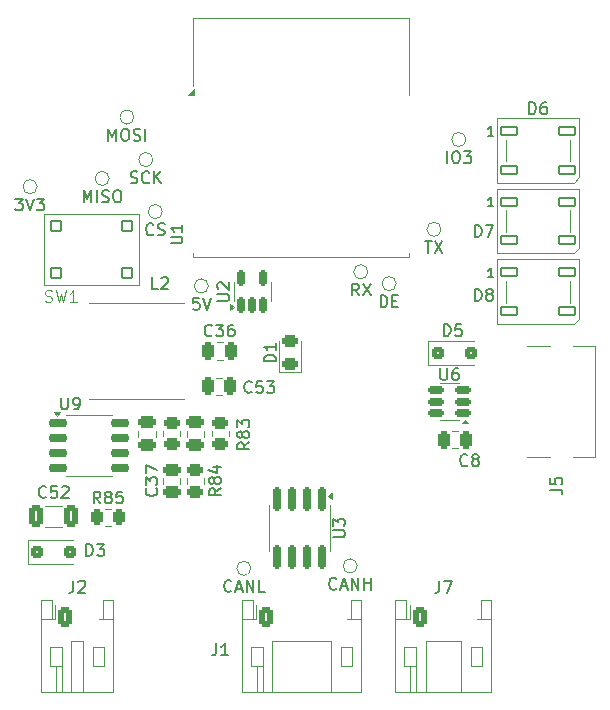
<source format=gto>
G04 #@! TF.GenerationSoftware,KiCad,Pcbnew,9.0.5*
G04 #@! TF.CreationDate,2025-10-15T09:52:21+02:00*
G04 #@! TF.ProjectId,KleverLogger,4b6c6576-6572-44c6-9f67-6765722e6b69,rev?*
G04 #@! TF.SameCoordinates,Original*
G04 #@! TF.FileFunction,Legend,Top*
G04 #@! TF.FilePolarity,Positive*
%FSLAX46Y46*%
G04 Gerber Fmt 4.6, Leading zero omitted, Abs format (unit mm)*
G04 Created by KiCad (PCBNEW 9.0.5) date 2025-10-15 09:52:21*
%MOMM*%
%LPD*%
G01*
G04 APERTURE LIST*
G04 Aperture macros list*
%AMRoundRect*
0 Rectangle with rounded corners*
0 $1 Rounding radius*
0 $2 $3 $4 $5 $6 $7 $8 $9 X,Y pos of 4 corners*
0 Add a 4 corners polygon primitive as box body*
4,1,4,$2,$3,$4,$5,$6,$7,$8,$9,$2,$3,0*
0 Add four circle primitives for the rounded corners*
1,1,$1+$1,$2,$3*
1,1,$1+$1,$4,$5*
1,1,$1+$1,$6,$7*
1,1,$1+$1,$8,$9*
0 Add four rect primitives between the rounded corners*
20,1,$1+$1,$2,$3,$4,$5,0*
20,1,$1+$1,$4,$5,$6,$7,0*
20,1,$1+$1,$6,$7,$8,$9,0*
20,1,$1+$1,$8,$9,$2,$3,0*%
G04 Aperture macros list end*
%ADD10C,0.150000*%
%ADD11C,0.100000*%
%ADD12C,0.120000*%
%ADD13C,0.800000*%
%ADD14RoundRect,0.150000X0.512500X0.150000X-0.512500X0.150000X-0.512500X-0.150000X0.512500X-0.150000X0*%
%ADD15C,3.200000*%
%ADD16RoundRect,0.250000X-0.350000X-0.625000X0.350000X-0.625000X0.350000X0.625000X-0.350000X0.625000X0*%
%ADD17O,1.200000X1.750000*%
%ADD18RoundRect,0.250000X-0.450000X0.262500X-0.450000X-0.262500X0.450000X-0.262500X0.450000X0.262500X0*%
%ADD19RoundRect,0.250000X-0.250000X-0.475000X0.250000X-0.475000X0.250000X0.475000X-0.250000X0.475000X0*%
%ADD20R,1.800000X7.500000*%
%ADD21RoundRect,0.250000X-0.300000X-0.300000X0.300000X-0.300000X0.300000X0.300000X-0.300000X0.300000X0*%
%ADD22RoundRect,0.090000X-0.660000X-0.360000X0.660000X-0.360000X0.660000X0.360000X-0.660000X0.360000X0*%
%ADD23R,1.500000X0.900000*%
%ADD24C,0.600000*%
%ADD25R,2.900000X2.900000*%
%ADD26RoundRect,0.250000X0.475000X-0.250000X0.475000X0.250000X-0.475000X0.250000X-0.475000X-0.250000X0*%
%ADD27RoundRect,0.100000X-0.400000X-0.400000X0.400000X-0.400000X0.400000X0.400000X-0.400000X0.400000X0*%
%ADD28RoundRect,0.150000X0.150000X-0.512500X0.150000X0.512500X-0.150000X0.512500X-0.150000X-0.512500X0*%
%ADD29RoundRect,0.243750X0.456250X-0.243750X0.456250X0.243750X-0.456250X0.243750X-0.456250X-0.243750X0*%
%ADD30RoundRect,0.250000X-0.475000X0.250000X-0.475000X-0.250000X0.475000X-0.250000X0.475000X0.250000X0*%
%ADD31RoundRect,0.250000X-0.262500X-0.450000X0.262500X-0.450000X0.262500X0.450000X-0.262500X0.450000X0*%
%ADD32RoundRect,0.150000X-0.650000X-0.150000X0.650000X-0.150000X0.650000X0.150000X-0.650000X0.150000X0*%
%ADD33R,2.410000X3.100000*%
%ADD34RoundRect,0.150000X-0.150000X0.825000X-0.150000X-0.825000X0.150000X-0.825000X0.150000X0.825000X0*%
%ADD35RoundRect,0.250000X-0.325000X-0.650000X0.325000X-0.650000X0.325000X0.650000X-0.325000X0.650000X0*%
%ADD36C,0.650000*%
%ADD37R,1.450000X0.600000*%
%ADD38R,1.450000X0.300000*%
%ADD39O,2.100000X1.000000*%
%ADD40O,1.600000X1.000000*%
G04 APERTURE END LIST*
D10*
X97300000Y-96104819D02*
X97300000Y-95104819D01*
X97966666Y-95104819D02*
X98157142Y-95104819D01*
X98157142Y-95104819D02*
X98252380Y-95152438D01*
X98252380Y-95152438D02*
X98347618Y-95247676D01*
X98347618Y-95247676D02*
X98395237Y-95438152D01*
X98395237Y-95438152D02*
X98395237Y-95771485D01*
X98395237Y-95771485D02*
X98347618Y-95961961D01*
X98347618Y-95961961D02*
X98252380Y-96057200D01*
X98252380Y-96057200D02*
X98157142Y-96104819D01*
X98157142Y-96104819D02*
X97966666Y-96104819D01*
X97966666Y-96104819D02*
X97871428Y-96057200D01*
X97871428Y-96057200D02*
X97776190Y-95961961D01*
X97776190Y-95961961D02*
X97728571Y-95771485D01*
X97728571Y-95771485D02*
X97728571Y-95438152D01*
X97728571Y-95438152D02*
X97776190Y-95247676D01*
X97776190Y-95247676D02*
X97871428Y-95152438D01*
X97871428Y-95152438D02*
X97966666Y-95104819D01*
X98728571Y-95104819D02*
X99347618Y-95104819D01*
X99347618Y-95104819D02*
X99014285Y-95485771D01*
X99014285Y-95485771D02*
X99157142Y-95485771D01*
X99157142Y-95485771D02*
X99252380Y-95533390D01*
X99252380Y-95533390D02*
X99299999Y-95581009D01*
X99299999Y-95581009D02*
X99347618Y-95676247D01*
X99347618Y-95676247D02*
X99347618Y-95914342D01*
X99347618Y-95914342D02*
X99299999Y-96009580D01*
X99299999Y-96009580D02*
X99252380Y-96057200D01*
X99252380Y-96057200D02*
X99157142Y-96104819D01*
X99157142Y-96104819D02*
X98871428Y-96104819D01*
X98871428Y-96104819D02*
X98776190Y-96057200D01*
X98776190Y-96057200D02*
X98728571Y-96009580D01*
X79052380Y-132309580D02*
X79004761Y-132357200D01*
X79004761Y-132357200D02*
X78861904Y-132404819D01*
X78861904Y-132404819D02*
X78766666Y-132404819D01*
X78766666Y-132404819D02*
X78623809Y-132357200D01*
X78623809Y-132357200D02*
X78528571Y-132261961D01*
X78528571Y-132261961D02*
X78480952Y-132166723D01*
X78480952Y-132166723D02*
X78433333Y-131976247D01*
X78433333Y-131976247D02*
X78433333Y-131833390D01*
X78433333Y-131833390D02*
X78480952Y-131642914D01*
X78480952Y-131642914D02*
X78528571Y-131547676D01*
X78528571Y-131547676D02*
X78623809Y-131452438D01*
X78623809Y-131452438D02*
X78766666Y-131404819D01*
X78766666Y-131404819D02*
X78861904Y-131404819D01*
X78861904Y-131404819D02*
X79004761Y-131452438D01*
X79004761Y-131452438D02*
X79052380Y-131500057D01*
X79433333Y-132119104D02*
X79909523Y-132119104D01*
X79338095Y-132404819D02*
X79671428Y-131404819D01*
X79671428Y-131404819D02*
X80004761Y-132404819D01*
X80338095Y-132404819D02*
X80338095Y-131404819D01*
X80338095Y-131404819D02*
X80909523Y-132404819D01*
X80909523Y-132404819D02*
X80909523Y-131404819D01*
X81861904Y-132404819D02*
X81385714Y-132404819D01*
X81385714Y-132404819D02*
X81385714Y-131404819D01*
X87933333Y-132109580D02*
X87885714Y-132157200D01*
X87885714Y-132157200D02*
X87742857Y-132204819D01*
X87742857Y-132204819D02*
X87647619Y-132204819D01*
X87647619Y-132204819D02*
X87504762Y-132157200D01*
X87504762Y-132157200D02*
X87409524Y-132061961D01*
X87409524Y-132061961D02*
X87361905Y-131966723D01*
X87361905Y-131966723D02*
X87314286Y-131776247D01*
X87314286Y-131776247D02*
X87314286Y-131633390D01*
X87314286Y-131633390D02*
X87361905Y-131442914D01*
X87361905Y-131442914D02*
X87409524Y-131347676D01*
X87409524Y-131347676D02*
X87504762Y-131252438D01*
X87504762Y-131252438D02*
X87647619Y-131204819D01*
X87647619Y-131204819D02*
X87742857Y-131204819D01*
X87742857Y-131204819D02*
X87885714Y-131252438D01*
X87885714Y-131252438D02*
X87933333Y-131300057D01*
X88314286Y-131919104D02*
X88790476Y-131919104D01*
X88219048Y-132204819D02*
X88552381Y-131204819D01*
X88552381Y-131204819D02*
X88885714Y-132204819D01*
X89219048Y-132204819D02*
X89219048Y-131204819D01*
X89219048Y-131204819D02*
X89790476Y-132204819D01*
X89790476Y-132204819D02*
X89790476Y-131204819D01*
X90266667Y-132204819D02*
X90266667Y-131204819D01*
X90266667Y-131681009D02*
X90838095Y-131681009D01*
X90838095Y-132204819D02*
X90838095Y-131204819D01*
X72433333Y-102109580D02*
X72385714Y-102157200D01*
X72385714Y-102157200D02*
X72242857Y-102204819D01*
X72242857Y-102204819D02*
X72147619Y-102204819D01*
X72147619Y-102204819D02*
X72004762Y-102157200D01*
X72004762Y-102157200D02*
X71909524Y-102061961D01*
X71909524Y-102061961D02*
X71861905Y-101966723D01*
X71861905Y-101966723D02*
X71814286Y-101776247D01*
X71814286Y-101776247D02*
X71814286Y-101633390D01*
X71814286Y-101633390D02*
X71861905Y-101442914D01*
X71861905Y-101442914D02*
X71909524Y-101347676D01*
X71909524Y-101347676D02*
X72004762Y-101252438D01*
X72004762Y-101252438D02*
X72147619Y-101204819D01*
X72147619Y-101204819D02*
X72242857Y-101204819D01*
X72242857Y-101204819D02*
X72385714Y-101252438D01*
X72385714Y-101252438D02*
X72433333Y-101300057D01*
X72814286Y-102157200D02*
X72957143Y-102204819D01*
X72957143Y-102204819D02*
X73195238Y-102204819D01*
X73195238Y-102204819D02*
X73290476Y-102157200D01*
X73290476Y-102157200D02*
X73338095Y-102109580D01*
X73338095Y-102109580D02*
X73385714Y-102014342D01*
X73385714Y-102014342D02*
X73385714Y-101919104D01*
X73385714Y-101919104D02*
X73338095Y-101823866D01*
X73338095Y-101823866D02*
X73290476Y-101776247D01*
X73290476Y-101776247D02*
X73195238Y-101728628D01*
X73195238Y-101728628D02*
X73004762Y-101681009D01*
X73004762Y-101681009D02*
X72909524Y-101633390D01*
X72909524Y-101633390D02*
X72861905Y-101585771D01*
X72861905Y-101585771D02*
X72814286Y-101490533D01*
X72814286Y-101490533D02*
X72814286Y-101395295D01*
X72814286Y-101395295D02*
X72861905Y-101300057D01*
X72861905Y-101300057D02*
X72909524Y-101252438D01*
X72909524Y-101252438D02*
X73004762Y-101204819D01*
X73004762Y-101204819D02*
X73242857Y-101204819D01*
X73242857Y-101204819D02*
X73385714Y-101252438D01*
X70514286Y-97757200D02*
X70657143Y-97804819D01*
X70657143Y-97804819D02*
X70895238Y-97804819D01*
X70895238Y-97804819D02*
X70990476Y-97757200D01*
X70990476Y-97757200D02*
X71038095Y-97709580D01*
X71038095Y-97709580D02*
X71085714Y-97614342D01*
X71085714Y-97614342D02*
X71085714Y-97519104D01*
X71085714Y-97519104D02*
X71038095Y-97423866D01*
X71038095Y-97423866D02*
X70990476Y-97376247D01*
X70990476Y-97376247D02*
X70895238Y-97328628D01*
X70895238Y-97328628D02*
X70704762Y-97281009D01*
X70704762Y-97281009D02*
X70609524Y-97233390D01*
X70609524Y-97233390D02*
X70561905Y-97185771D01*
X70561905Y-97185771D02*
X70514286Y-97090533D01*
X70514286Y-97090533D02*
X70514286Y-96995295D01*
X70514286Y-96995295D02*
X70561905Y-96900057D01*
X70561905Y-96900057D02*
X70609524Y-96852438D01*
X70609524Y-96852438D02*
X70704762Y-96804819D01*
X70704762Y-96804819D02*
X70942857Y-96804819D01*
X70942857Y-96804819D02*
X71085714Y-96852438D01*
X72085714Y-97709580D02*
X72038095Y-97757200D01*
X72038095Y-97757200D02*
X71895238Y-97804819D01*
X71895238Y-97804819D02*
X71800000Y-97804819D01*
X71800000Y-97804819D02*
X71657143Y-97757200D01*
X71657143Y-97757200D02*
X71561905Y-97661961D01*
X71561905Y-97661961D02*
X71514286Y-97566723D01*
X71514286Y-97566723D02*
X71466667Y-97376247D01*
X71466667Y-97376247D02*
X71466667Y-97233390D01*
X71466667Y-97233390D02*
X71514286Y-97042914D01*
X71514286Y-97042914D02*
X71561905Y-96947676D01*
X71561905Y-96947676D02*
X71657143Y-96852438D01*
X71657143Y-96852438D02*
X71800000Y-96804819D01*
X71800000Y-96804819D02*
X71895238Y-96804819D01*
X71895238Y-96804819D02*
X72038095Y-96852438D01*
X72038095Y-96852438D02*
X72085714Y-96900057D01*
X72514286Y-97804819D02*
X72514286Y-96804819D01*
X73085714Y-97804819D02*
X72657143Y-97233390D01*
X73085714Y-96804819D02*
X72514286Y-97376247D01*
X66528572Y-99404819D02*
X66528572Y-98404819D01*
X66528572Y-98404819D02*
X66861905Y-99119104D01*
X66861905Y-99119104D02*
X67195238Y-98404819D01*
X67195238Y-98404819D02*
X67195238Y-99404819D01*
X67671429Y-99404819D02*
X67671429Y-98404819D01*
X68100000Y-99357200D02*
X68242857Y-99404819D01*
X68242857Y-99404819D02*
X68480952Y-99404819D01*
X68480952Y-99404819D02*
X68576190Y-99357200D01*
X68576190Y-99357200D02*
X68623809Y-99309580D01*
X68623809Y-99309580D02*
X68671428Y-99214342D01*
X68671428Y-99214342D02*
X68671428Y-99119104D01*
X68671428Y-99119104D02*
X68623809Y-99023866D01*
X68623809Y-99023866D02*
X68576190Y-98976247D01*
X68576190Y-98976247D02*
X68480952Y-98928628D01*
X68480952Y-98928628D02*
X68290476Y-98881009D01*
X68290476Y-98881009D02*
X68195238Y-98833390D01*
X68195238Y-98833390D02*
X68147619Y-98785771D01*
X68147619Y-98785771D02*
X68100000Y-98690533D01*
X68100000Y-98690533D02*
X68100000Y-98595295D01*
X68100000Y-98595295D02*
X68147619Y-98500057D01*
X68147619Y-98500057D02*
X68195238Y-98452438D01*
X68195238Y-98452438D02*
X68290476Y-98404819D01*
X68290476Y-98404819D02*
X68528571Y-98404819D01*
X68528571Y-98404819D02*
X68671428Y-98452438D01*
X69290476Y-98404819D02*
X69480952Y-98404819D01*
X69480952Y-98404819D02*
X69576190Y-98452438D01*
X69576190Y-98452438D02*
X69671428Y-98547676D01*
X69671428Y-98547676D02*
X69719047Y-98738152D01*
X69719047Y-98738152D02*
X69719047Y-99071485D01*
X69719047Y-99071485D02*
X69671428Y-99261961D01*
X69671428Y-99261961D02*
X69576190Y-99357200D01*
X69576190Y-99357200D02*
X69480952Y-99404819D01*
X69480952Y-99404819D02*
X69290476Y-99404819D01*
X69290476Y-99404819D02*
X69195238Y-99357200D01*
X69195238Y-99357200D02*
X69100000Y-99261961D01*
X69100000Y-99261961D02*
X69052381Y-99071485D01*
X69052381Y-99071485D02*
X69052381Y-98738152D01*
X69052381Y-98738152D02*
X69100000Y-98547676D01*
X69100000Y-98547676D02*
X69195238Y-98452438D01*
X69195238Y-98452438D02*
X69290476Y-98404819D01*
X68628572Y-94204819D02*
X68628572Y-93204819D01*
X68628572Y-93204819D02*
X68961905Y-93919104D01*
X68961905Y-93919104D02*
X69295238Y-93204819D01*
X69295238Y-93204819D02*
X69295238Y-94204819D01*
X69961905Y-93204819D02*
X70152381Y-93204819D01*
X70152381Y-93204819D02*
X70247619Y-93252438D01*
X70247619Y-93252438D02*
X70342857Y-93347676D01*
X70342857Y-93347676D02*
X70390476Y-93538152D01*
X70390476Y-93538152D02*
X70390476Y-93871485D01*
X70390476Y-93871485D02*
X70342857Y-94061961D01*
X70342857Y-94061961D02*
X70247619Y-94157200D01*
X70247619Y-94157200D02*
X70152381Y-94204819D01*
X70152381Y-94204819D02*
X69961905Y-94204819D01*
X69961905Y-94204819D02*
X69866667Y-94157200D01*
X69866667Y-94157200D02*
X69771429Y-94061961D01*
X69771429Y-94061961D02*
X69723810Y-93871485D01*
X69723810Y-93871485D02*
X69723810Y-93538152D01*
X69723810Y-93538152D02*
X69771429Y-93347676D01*
X69771429Y-93347676D02*
X69866667Y-93252438D01*
X69866667Y-93252438D02*
X69961905Y-93204819D01*
X70771429Y-94157200D02*
X70914286Y-94204819D01*
X70914286Y-94204819D02*
X71152381Y-94204819D01*
X71152381Y-94204819D02*
X71247619Y-94157200D01*
X71247619Y-94157200D02*
X71295238Y-94109580D01*
X71295238Y-94109580D02*
X71342857Y-94014342D01*
X71342857Y-94014342D02*
X71342857Y-93919104D01*
X71342857Y-93919104D02*
X71295238Y-93823866D01*
X71295238Y-93823866D02*
X71247619Y-93776247D01*
X71247619Y-93776247D02*
X71152381Y-93728628D01*
X71152381Y-93728628D02*
X70961905Y-93681009D01*
X70961905Y-93681009D02*
X70866667Y-93633390D01*
X70866667Y-93633390D02*
X70819048Y-93585771D01*
X70819048Y-93585771D02*
X70771429Y-93490533D01*
X70771429Y-93490533D02*
X70771429Y-93395295D01*
X70771429Y-93395295D02*
X70819048Y-93300057D01*
X70819048Y-93300057D02*
X70866667Y-93252438D01*
X70866667Y-93252438D02*
X70961905Y-93204819D01*
X70961905Y-93204819D02*
X71200000Y-93204819D01*
X71200000Y-93204819D02*
X71342857Y-93252438D01*
X71771429Y-94204819D02*
X71771429Y-93204819D01*
X95438095Y-102704819D02*
X96009523Y-102704819D01*
X95723809Y-103704819D02*
X95723809Y-102704819D01*
X96247619Y-102704819D02*
X96914285Y-103704819D01*
X96914285Y-102704819D02*
X96247619Y-103704819D01*
X91685714Y-108304819D02*
X91685714Y-107304819D01*
X91685714Y-107304819D02*
X91923809Y-107304819D01*
X91923809Y-107304819D02*
X92066666Y-107352438D01*
X92066666Y-107352438D02*
X92161904Y-107447676D01*
X92161904Y-107447676D02*
X92209523Y-107542914D01*
X92209523Y-107542914D02*
X92257142Y-107733390D01*
X92257142Y-107733390D02*
X92257142Y-107876247D01*
X92257142Y-107876247D02*
X92209523Y-108066723D01*
X92209523Y-108066723D02*
X92161904Y-108161961D01*
X92161904Y-108161961D02*
X92066666Y-108257200D01*
X92066666Y-108257200D02*
X91923809Y-108304819D01*
X91923809Y-108304819D02*
X91685714Y-108304819D01*
X92685714Y-107781009D02*
X93019047Y-107781009D01*
X93161904Y-108304819D02*
X92685714Y-108304819D01*
X92685714Y-108304819D02*
X92685714Y-107304819D01*
X92685714Y-107304819D02*
X93161904Y-107304819D01*
X89833333Y-107304819D02*
X89500000Y-106828628D01*
X89261905Y-107304819D02*
X89261905Y-106304819D01*
X89261905Y-106304819D02*
X89642857Y-106304819D01*
X89642857Y-106304819D02*
X89738095Y-106352438D01*
X89738095Y-106352438D02*
X89785714Y-106400057D01*
X89785714Y-106400057D02*
X89833333Y-106495295D01*
X89833333Y-106495295D02*
X89833333Y-106638152D01*
X89833333Y-106638152D02*
X89785714Y-106733390D01*
X89785714Y-106733390D02*
X89738095Y-106781009D01*
X89738095Y-106781009D02*
X89642857Y-106828628D01*
X89642857Y-106828628D02*
X89261905Y-106828628D01*
X90166667Y-106304819D02*
X90833333Y-107304819D01*
X90833333Y-106304819D02*
X90166667Y-107304819D01*
X76309523Y-107504819D02*
X75833333Y-107504819D01*
X75833333Y-107504819D02*
X75785714Y-107981009D01*
X75785714Y-107981009D02*
X75833333Y-107933390D01*
X75833333Y-107933390D02*
X75928571Y-107885771D01*
X75928571Y-107885771D02*
X76166666Y-107885771D01*
X76166666Y-107885771D02*
X76261904Y-107933390D01*
X76261904Y-107933390D02*
X76309523Y-107981009D01*
X76309523Y-107981009D02*
X76357142Y-108076247D01*
X76357142Y-108076247D02*
X76357142Y-108314342D01*
X76357142Y-108314342D02*
X76309523Y-108409580D01*
X76309523Y-108409580D02*
X76261904Y-108457200D01*
X76261904Y-108457200D02*
X76166666Y-108504819D01*
X76166666Y-108504819D02*
X75928571Y-108504819D01*
X75928571Y-108504819D02*
X75833333Y-108457200D01*
X75833333Y-108457200D02*
X75785714Y-108409580D01*
X76642857Y-107504819D02*
X76976190Y-108504819D01*
X76976190Y-108504819D02*
X77309523Y-107504819D01*
X60761905Y-99104819D02*
X61380952Y-99104819D01*
X61380952Y-99104819D02*
X61047619Y-99485771D01*
X61047619Y-99485771D02*
X61190476Y-99485771D01*
X61190476Y-99485771D02*
X61285714Y-99533390D01*
X61285714Y-99533390D02*
X61333333Y-99581009D01*
X61333333Y-99581009D02*
X61380952Y-99676247D01*
X61380952Y-99676247D02*
X61380952Y-99914342D01*
X61380952Y-99914342D02*
X61333333Y-100009580D01*
X61333333Y-100009580D02*
X61285714Y-100057200D01*
X61285714Y-100057200D02*
X61190476Y-100104819D01*
X61190476Y-100104819D02*
X60904762Y-100104819D01*
X60904762Y-100104819D02*
X60809524Y-100057200D01*
X60809524Y-100057200D02*
X60761905Y-100009580D01*
X61666667Y-99104819D02*
X62000000Y-100104819D01*
X62000000Y-100104819D02*
X62333333Y-99104819D01*
X62571429Y-99104819D02*
X63190476Y-99104819D01*
X63190476Y-99104819D02*
X62857143Y-99485771D01*
X62857143Y-99485771D02*
X63000000Y-99485771D01*
X63000000Y-99485771D02*
X63095238Y-99533390D01*
X63095238Y-99533390D02*
X63142857Y-99581009D01*
X63142857Y-99581009D02*
X63190476Y-99676247D01*
X63190476Y-99676247D02*
X63190476Y-99914342D01*
X63190476Y-99914342D02*
X63142857Y-100009580D01*
X63142857Y-100009580D02*
X63095238Y-100057200D01*
X63095238Y-100057200D02*
X63000000Y-100104819D01*
X63000000Y-100104819D02*
X62714286Y-100104819D01*
X62714286Y-100104819D02*
X62619048Y-100057200D01*
X62619048Y-100057200D02*
X62571429Y-100009580D01*
X96738095Y-113454819D02*
X96738095Y-114264342D01*
X96738095Y-114264342D02*
X96785714Y-114359580D01*
X96785714Y-114359580D02*
X96833333Y-114407200D01*
X96833333Y-114407200D02*
X96928571Y-114454819D01*
X96928571Y-114454819D02*
X97119047Y-114454819D01*
X97119047Y-114454819D02*
X97214285Y-114407200D01*
X97214285Y-114407200D02*
X97261904Y-114359580D01*
X97261904Y-114359580D02*
X97309523Y-114264342D01*
X97309523Y-114264342D02*
X97309523Y-113454819D01*
X98214285Y-113454819D02*
X98023809Y-113454819D01*
X98023809Y-113454819D02*
X97928571Y-113502438D01*
X97928571Y-113502438D02*
X97880952Y-113550057D01*
X97880952Y-113550057D02*
X97785714Y-113692914D01*
X97785714Y-113692914D02*
X97738095Y-113883390D01*
X97738095Y-113883390D02*
X97738095Y-114264342D01*
X97738095Y-114264342D02*
X97785714Y-114359580D01*
X97785714Y-114359580D02*
X97833333Y-114407200D01*
X97833333Y-114407200D02*
X97928571Y-114454819D01*
X97928571Y-114454819D02*
X98119047Y-114454819D01*
X98119047Y-114454819D02*
X98214285Y-114407200D01*
X98214285Y-114407200D02*
X98261904Y-114359580D01*
X98261904Y-114359580D02*
X98309523Y-114264342D01*
X98309523Y-114264342D02*
X98309523Y-114026247D01*
X98309523Y-114026247D02*
X98261904Y-113931009D01*
X98261904Y-113931009D02*
X98214285Y-113883390D01*
X98214285Y-113883390D02*
X98119047Y-113835771D01*
X98119047Y-113835771D02*
X97928571Y-113835771D01*
X97928571Y-113835771D02*
X97833333Y-113883390D01*
X97833333Y-113883390D02*
X97785714Y-113931009D01*
X97785714Y-113931009D02*
X97738095Y-114026247D01*
X96666666Y-131454819D02*
X96666666Y-132169104D01*
X96666666Y-132169104D02*
X96619047Y-132311961D01*
X96619047Y-132311961D02*
X96523809Y-132407200D01*
X96523809Y-132407200D02*
X96380952Y-132454819D01*
X96380952Y-132454819D02*
X96285714Y-132454819D01*
X97047619Y-131454819D02*
X97714285Y-131454819D01*
X97714285Y-131454819D02*
X97285714Y-132454819D01*
X77766666Y-136754819D02*
X77766666Y-137469104D01*
X77766666Y-137469104D02*
X77719047Y-137611961D01*
X77719047Y-137611961D02*
X77623809Y-137707200D01*
X77623809Y-137707200D02*
X77480952Y-137754819D01*
X77480952Y-137754819D02*
X77385714Y-137754819D01*
X78766666Y-137754819D02*
X78195238Y-137754819D01*
X78480952Y-137754819D02*
X78480952Y-136754819D01*
X78480952Y-136754819D02*
X78385714Y-136897676D01*
X78385714Y-136897676D02*
X78290476Y-136992914D01*
X78290476Y-136992914D02*
X78195238Y-137040533D01*
X80554819Y-119742857D02*
X80078628Y-120076190D01*
X80554819Y-120314285D02*
X79554819Y-120314285D01*
X79554819Y-120314285D02*
X79554819Y-119933333D01*
X79554819Y-119933333D02*
X79602438Y-119838095D01*
X79602438Y-119838095D02*
X79650057Y-119790476D01*
X79650057Y-119790476D02*
X79745295Y-119742857D01*
X79745295Y-119742857D02*
X79888152Y-119742857D01*
X79888152Y-119742857D02*
X79983390Y-119790476D01*
X79983390Y-119790476D02*
X80031009Y-119838095D01*
X80031009Y-119838095D02*
X80078628Y-119933333D01*
X80078628Y-119933333D02*
X80078628Y-120314285D01*
X79983390Y-119171428D02*
X79935771Y-119266666D01*
X79935771Y-119266666D02*
X79888152Y-119314285D01*
X79888152Y-119314285D02*
X79792914Y-119361904D01*
X79792914Y-119361904D02*
X79745295Y-119361904D01*
X79745295Y-119361904D02*
X79650057Y-119314285D01*
X79650057Y-119314285D02*
X79602438Y-119266666D01*
X79602438Y-119266666D02*
X79554819Y-119171428D01*
X79554819Y-119171428D02*
X79554819Y-118980952D01*
X79554819Y-118980952D02*
X79602438Y-118885714D01*
X79602438Y-118885714D02*
X79650057Y-118838095D01*
X79650057Y-118838095D02*
X79745295Y-118790476D01*
X79745295Y-118790476D02*
X79792914Y-118790476D01*
X79792914Y-118790476D02*
X79888152Y-118838095D01*
X79888152Y-118838095D02*
X79935771Y-118885714D01*
X79935771Y-118885714D02*
X79983390Y-118980952D01*
X79983390Y-118980952D02*
X79983390Y-119171428D01*
X79983390Y-119171428D02*
X80031009Y-119266666D01*
X80031009Y-119266666D02*
X80078628Y-119314285D01*
X80078628Y-119314285D02*
X80173866Y-119361904D01*
X80173866Y-119361904D02*
X80364342Y-119361904D01*
X80364342Y-119361904D02*
X80459580Y-119314285D01*
X80459580Y-119314285D02*
X80507200Y-119266666D01*
X80507200Y-119266666D02*
X80554819Y-119171428D01*
X80554819Y-119171428D02*
X80554819Y-118980952D01*
X80554819Y-118980952D02*
X80507200Y-118885714D01*
X80507200Y-118885714D02*
X80459580Y-118838095D01*
X80459580Y-118838095D02*
X80364342Y-118790476D01*
X80364342Y-118790476D02*
X80173866Y-118790476D01*
X80173866Y-118790476D02*
X80078628Y-118838095D01*
X80078628Y-118838095D02*
X80031009Y-118885714D01*
X80031009Y-118885714D02*
X79983390Y-118980952D01*
X79554819Y-118457142D02*
X79554819Y-117838095D01*
X79554819Y-117838095D02*
X79935771Y-118171428D01*
X79935771Y-118171428D02*
X79935771Y-118028571D01*
X79935771Y-118028571D02*
X79983390Y-117933333D01*
X79983390Y-117933333D02*
X80031009Y-117885714D01*
X80031009Y-117885714D02*
X80126247Y-117838095D01*
X80126247Y-117838095D02*
X80364342Y-117838095D01*
X80364342Y-117838095D02*
X80459580Y-117885714D01*
X80459580Y-117885714D02*
X80507200Y-117933333D01*
X80507200Y-117933333D02*
X80554819Y-118028571D01*
X80554819Y-118028571D02*
X80554819Y-118314285D01*
X80554819Y-118314285D02*
X80507200Y-118409523D01*
X80507200Y-118409523D02*
X80459580Y-118457142D01*
X99033333Y-121659580D02*
X98985714Y-121707200D01*
X98985714Y-121707200D02*
X98842857Y-121754819D01*
X98842857Y-121754819D02*
X98747619Y-121754819D01*
X98747619Y-121754819D02*
X98604762Y-121707200D01*
X98604762Y-121707200D02*
X98509524Y-121611961D01*
X98509524Y-121611961D02*
X98461905Y-121516723D01*
X98461905Y-121516723D02*
X98414286Y-121326247D01*
X98414286Y-121326247D02*
X98414286Y-121183390D01*
X98414286Y-121183390D02*
X98461905Y-120992914D01*
X98461905Y-120992914D02*
X98509524Y-120897676D01*
X98509524Y-120897676D02*
X98604762Y-120802438D01*
X98604762Y-120802438D02*
X98747619Y-120754819D01*
X98747619Y-120754819D02*
X98842857Y-120754819D01*
X98842857Y-120754819D02*
X98985714Y-120802438D01*
X98985714Y-120802438D02*
X99033333Y-120850057D01*
X99604762Y-121183390D02*
X99509524Y-121135771D01*
X99509524Y-121135771D02*
X99461905Y-121088152D01*
X99461905Y-121088152D02*
X99414286Y-120992914D01*
X99414286Y-120992914D02*
X99414286Y-120945295D01*
X99414286Y-120945295D02*
X99461905Y-120850057D01*
X99461905Y-120850057D02*
X99509524Y-120802438D01*
X99509524Y-120802438D02*
X99604762Y-120754819D01*
X99604762Y-120754819D02*
X99795238Y-120754819D01*
X99795238Y-120754819D02*
X99890476Y-120802438D01*
X99890476Y-120802438D02*
X99938095Y-120850057D01*
X99938095Y-120850057D02*
X99985714Y-120945295D01*
X99985714Y-120945295D02*
X99985714Y-120992914D01*
X99985714Y-120992914D02*
X99938095Y-121088152D01*
X99938095Y-121088152D02*
X99890476Y-121135771D01*
X99890476Y-121135771D02*
X99795238Y-121183390D01*
X99795238Y-121183390D02*
X99604762Y-121183390D01*
X99604762Y-121183390D02*
X99509524Y-121231009D01*
X99509524Y-121231009D02*
X99461905Y-121278628D01*
X99461905Y-121278628D02*
X99414286Y-121373866D01*
X99414286Y-121373866D02*
X99414286Y-121564342D01*
X99414286Y-121564342D02*
X99461905Y-121659580D01*
X99461905Y-121659580D02*
X99509524Y-121707200D01*
X99509524Y-121707200D02*
X99604762Y-121754819D01*
X99604762Y-121754819D02*
X99795238Y-121754819D01*
X99795238Y-121754819D02*
X99890476Y-121707200D01*
X99890476Y-121707200D02*
X99938095Y-121659580D01*
X99938095Y-121659580D02*
X99985714Y-121564342D01*
X99985714Y-121564342D02*
X99985714Y-121373866D01*
X99985714Y-121373866D02*
X99938095Y-121278628D01*
X99938095Y-121278628D02*
X99890476Y-121231009D01*
X99890476Y-121231009D02*
X99795238Y-121183390D01*
X72833333Y-106754819D02*
X72357143Y-106754819D01*
X72357143Y-106754819D02*
X72357143Y-105754819D01*
X73119048Y-105850057D02*
X73166667Y-105802438D01*
X73166667Y-105802438D02*
X73261905Y-105754819D01*
X73261905Y-105754819D02*
X73500000Y-105754819D01*
X73500000Y-105754819D02*
X73595238Y-105802438D01*
X73595238Y-105802438D02*
X73642857Y-105850057D01*
X73642857Y-105850057D02*
X73690476Y-105945295D01*
X73690476Y-105945295D02*
X73690476Y-106040533D01*
X73690476Y-106040533D02*
X73642857Y-106183390D01*
X73642857Y-106183390D02*
X73071429Y-106754819D01*
X73071429Y-106754819D02*
X73690476Y-106754819D01*
X97034905Y-110749819D02*
X97034905Y-109749819D01*
X97034905Y-109749819D02*
X97273000Y-109749819D01*
X97273000Y-109749819D02*
X97415857Y-109797438D01*
X97415857Y-109797438D02*
X97511095Y-109892676D01*
X97511095Y-109892676D02*
X97558714Y-109987914D01*
X97558714Y-109987914D02*
X97606333Y-110178390D01*
X97606333Y-110178390D02*
X97606333Y-110321247D01*
X97606333Y-110321247D02*
X97558714Y-110511723D01*
X97558714Y-110511723D02*
X97511095Y-110606961D01*
X97511095Y-110606961D02*
X97415857Y-110702200D01*
X97415857Y-110702200D02*
X97273000Y-110749819D01*
X97273000Y-110749819D02*
X97034905Y-110749819D01*
X98511095Y-109749819D02*
X98034905Y-109749819D01*
X98034905Y-109749819D02*
X97987286Y-110226009D01*
X97987286Y-110226009D02*
X98034905Y-110178390D01*
X98034905Y-110178390D02*
X98130143Y-110130771D01*
X98130143Y-110130771D02*
X98368238Y-110130771D01*
X98368238Y-110130771D02*
X98463476Y-110178390D01*
X98463476Y-110178390D02*
X98511095Y-110226009D01*
X98511095Y-110226009D02*
X98558714Y-110321247D01*
X98558714Y-110321247D02*
X98558714Y-110559342D01*
X98558714Y-110559342D02*
X98511095Y-110654580D01*
X98511095Y-110654580D02*
X98463476Y-110702200D01*
X98463476Y-110702200D02*
X98368238Y-110749819D01*
X98368238Y-110749819D02*
X98130143Y-110749819D01*
X98130143Y-110749819D02*
X98034905Y-110702200D01*
X98034905Y-110702200D02*
X97987286Y-110654580D01*
X99661905Y-107754819D02*
X99661905Y-106754819D01*
X99661905Y-106754819D02*
X99900000Y-106754819D01*
X99900000Y-106754819D02*
X100042857Y-106802438D01*
X100042857Y-106802438D02*
X100138095Y-106897676D01*
X100138095Y-106897676D02*
X100185714Y-106992914D01*
X100185714Y-106992914D02*
X100233333Y-107183390D01*
X100233333Y-107183390D02*
X100233333Y-107326247D01*
X100233333Y-107326247D02*
X100185714Y-107516723D01*
X100185714Y-107516723D02*
X100138095Y-107611961D01*
X100138095Y-107611961D02*
X100042857Y-107707200D01*
X100042857Y-107707200D02*
X99900000Y-107754819D01*
X99900000Y-107754819D02*
X99661905Y-107754819D01*
X100804762Y-107183390D02*
X100709524Y-107135771D01*
X100709524Y-107135771D02*
X100661905Y-107088152D01*
X100661905Y-107088152D02*
X100614286Y-106992914D01*
X100614286Y-106992914D02*
X100614286Y-106945295D01*
X100614286Y-106945295D02*
X100661905Y-106850057D01*
X100661905Y-106850057D02*
X100709524Y-106802438D01*
X100709524Y-106802438D02*
X100804762Y-106754819D01*
X100804762Y-106754819D02*
X100995238Y-106754819D01*
X100995238Y-106754819D02*
X101090476Y-106802438D01*
X101090476Y-106802438D02*
X101138095Y-106850057D01*
X101138095Y-106850057D02*
X101185714Y-106945295D01*
X101185714Y-106945295D02*
X101185714Y-106992914D01*
X101185714Y-106992914D02*
X101138095Y-107088152D01*
X101138095Y-107088152D02*
X101090476Y-107135771D01*
X101090476Y-107135771D02*
X100995238Y-107183390D01*
X100995238Y-107183390D02*
X100804762Y-107183390D01*
X100804762Y-107183390D02*
X100709524Y-107231009D01*
X100709524Y-107231009D02*
X100661905Y-107278628D01*
X100661905Y-107278628D02*
X100614286Y-107373866D01*
X100614286Y-107373866D02*
X100614286Y-107564342D01*
X100614286Y-107564342D02*
X100661905Y-107659580D01*
X100661905Y-107659580D02*
X100709524Y-107707200D01*
X100709524Y-107707200D02*
X100804762Y-107754819D01*
X100804762Y-107754819D02*
X100995238Y-107754819D01*
X100995238Y-107754819D02*
X101090476Y-107707200D01*
X101090476Y-107707200D02*
X101138095Y-107659580D01*
X101138095Y-107659580D02*
X101185714Y-107564342D01*
X101185714Y-107564342D02*
X101185714Y-107373866D01*
X101185714Y-107373866D02*
X101138095Y-107278628D01*
X101138095Y-107278628D02*
X101090476Y-107231009D01*
X101090476Y-107231009D02*
X100995238Y-107183390D01*
X101228571Y-105762295D02*
X100771428Y-105762295D01*
X101000000Y-105762295D02*
X101000000Y-104962295D01*
X101000000Y-104962295D02*
X100923809Y-105076580D01*
X100923809Y-105076580D02*
X100847619Y-105152771D01*
X100847619Y-105152771D02*
X100771428Y-105190866D01*
X73894819Y-102891904D02*
X74704342Y-102891904D01*
X74704342Y-102891904D02*
X74799580Y-102844285D01*
X74799580Y-102844285D02*
X74847200Y-102796666D01*
X74847200Y-102796666D02*
X74894819Y-102701428D01*
X74894819Y-102701428D02*
X74894819Y-102510952D01*
X74894819Y-102510952D02*
X74847200Y-102415714D01*
X74847200Y-102415714D02*
X74799580Y-102368095D01*
X74799580Y-102368095D02*
X74704342Y-102320476D01*
X74704342Y-102320476D02*
X73894819Y-102320476D01*
X74894819Y-101320476D02*
X74894819Y-101891904D01*
X74894819Y-101606190D02*
X73894819Y-101606190D01*
X73894819Y-101606190D02*
X74037676Y-101701428D01*
X74037676Y-101701428D02*
X74132914Y-101796666D01*
X74132914Y-101796666D02*
X74180533Y-101891904D01*
X72679580Y-123642857D02*
X72727200Y-123690476D01*
X72727200Y-123690476D02*
X72774819Y-123833333D01*
X72774819Y-123833333D02*
X72774819Y-123928571D01*
X72774819Y-123928571D02*
X72727200Y-124071428D01*
X72727200Y-124071428D02*
X72631961Y-124166666D01*
X72631961Y-124166666D02*
X72536723Y-124214285D01*
X72536723Y-124214285D02*
X72346247Y-124261904D01*
X72346247Y-124261904D02*
X72203390Y-124261904D01*
X72203390Y-124261904D02*
X72012914Y-124214285D01*
X72012914Y-124214285D02*
X71917676Y-124166666D01*
X71917676Y-124166666D02*
X71822438Y-124071428D01*
X71822438Y-124071428D02*
X71774819Y-123928571D01*
X71774819Y-123928571D02*
X71774819Y-123833333D01*
X71774819Y-123833333D02*
X71822438Y-123690476D01*
X71822438Y-123690476D02*
X71870057Y-123642857D01*
X71774819Y-123309523D02*
X71774819Y-122690476D01*
X71774819Y-122690476D02*
X72155771Y-123023809D01*
X72155771Y-123023809D02*
X72155771Y-122880952D01*
X72155771Y-122880952D02*
X72203390Y-122785714D01*
X72203390Y-122785714D02*
X72251009Y-122738095D01*
X72251009Y-122738095D02*
X72346247Y-122690476D01*
X72346247Y-122690476D02*
X72584342Y-122690476D01*
X72584342Y-122690476D02*
X72679580Y-122738095D01*
X72679580Y-122738095D02*
X72727200Y-122785714D01*
X72727200Y-122785714D02*
X72774819Y-122880952D01*
X72774819Y-122880952D02*
X72774819Y-123166666D01*
X72774819Y-123166666D02*
X72727200Y-123261904D01*
X72727200Y-123261904D02*
X72679580Y-123309523D01*
X71774819Y-122357142D02*
X71774819Y-121690476D01*
X71774819Y-121690476D02*
X72774819Y-122119047D01*
D11*
X63266667Y-107809800D02*
X63409524Y-107857419D01*
X63409524Y-107857419D02*
X63647619Y-107857419D01*
X63647619Y-107857419D02*
X63742857Y-107809800D01*
X63742857Y-107809800D02*
X63790476Y-107762180D01*
X63790476Y-107762180D02*
X63838095Y-107666942D01*
X63838095Y-107666942D02*
X63838095Y-107571704D01*
X63838095Y-107571704D02*
X63790476Y-107476466D01*
X63790476Y-107476466D02*
X63742857Y-107428847D01*
X63742857Y-107428847D02*
X63647619Y-107381228D01*
X63647619Y-107381228D02*
X63457143Y-107333609D01*
X63457143Y-107333609D02*
X63361905Y-107285990D01*
X63361905Y-107285990D02*
X63314286Y-107238371D01*
X63314286Y-107238371D02*
X63266667Y-107143133D01*
X63266667Y-107143133D02*
X63266667Y-107047895D01*
X63266667Y-107047895D02*
X63314286Y-106952657D01*
X63314286Y-106952657D02*
X63361905Y-106905038D01*
X63361905Y-106905038D02*
X63457143Y-106857419D01*
X63457143Y-106857419D02*
X63695238Y-106857419D01*
X63695238Y-106857419D02*
X63838095Y-106905038D01*
X64171429Y-106857419D02*
X64409524Y-107857419D01*
X64409524Y-107857419D02*
X64600000Y-107143133D01*
X64600000Y-107143133D02*
X64790476Y-107857419D01*
X64790476Y-107857419D02*
X65028572Y-106857419D01*
X65933333Y-107857419D02*
X65361905Y-107857419D01*
X65647619Y-107857419D02*
X65647619Y-106857419D01*
X65647619Y-106857419D02*
X65552381Y-107000276D01*
X65552381Y-107000276D02*
X65457143Y-107095514D01*
X65457143Y-107095514D02*
X65361905Y-107143133D01*
D10*
X99661905Y-102354819D02*
X99661905Y-101354819D01*
X99661905Y-101354819D02*
X99900000Y-101354819D01*
X99900000Y-101354819D02*
X100042857Y-101402438D01*
X100042857Y-101402438D02*
X100138095Y-101497676D01*
X100138095Y-101497676D02*
X100185714Y-101592914D01*
X100185714Y-101592914D02*
X100233333Y-101783390D01*
X100233333Y-101783390D02*
X100233333Y-101926247D01*
X100233333Y-101926247D02*
X100185714Y-102116723D01*
X100185714Y-102116723D02*
X100138095Y-102211961D01*
X100138095Y-102211961D02*
X100042857Y-102307200D01*
X100042857Y-102307200D02*
X99900000Y-102354819D01*
X99900000Y-102354819D02*
X99661905Y-102354819D01*
X100566667Y-101354819D02*
X101233333Y-101354819D01*
X101233333Y-101354819D02*
X100804762Y-102354819D01*
X101228571Y-99762295D02*
X100771428Y-99762295D01*
X101000000Y-99762295D02*
X101000000Y-98962295D01*
X101000000Y-98962295D02*
X100923809Y-99076580D01*
X100923809Y-99076580D02*
X100847619Y-99152771D01*
X100847619Y-99152771D02*
X100771428Y-99190866D01*
X77854819Y-107761904D02*
X78664342Y-107761904D01*
X78664342Y-107761904D02*
X78759580Y-107714285D01*
X78759580Y-107714285D02*
X78807200Y-107666666D01*
X78807200Y-107666666D02*
X78854819Y-107571428D01*
X78854819Y-107571428D02*
X78854819Y-107380952D01*
X78854819Y-107380952D02*
X78807200Y-107285714D01*
X78807200Y-107285714D02*
X78759580Y-107238095D01*
X78759580Y-107238095D02*
X78664342Y-107190476D01*
X78664342Y-107190476D02*
X77854819Y-107190476D01*
X77950057Y-106761904D02*
X77902438Y-106714285D01*
X77902438Y-106714285D02*
X77854819Y-106619047D01*
X77854819Y-106619047D02*
X77854819Y-106380952D01*
X77854819Y-106380952D02*
X77902438Y-106285714D01*
X77902438Y-106285714D02*
X77950057Y-106238095D01*
X77950057Y-106238095D02*
X78045295Y-106190476D01*
X78045295Y-106190476D02*
X78140533Y-106190476D01*
X78140533Y-106190476D02*
X78283390Y-106238095D01*
X78283390Y-106238095D02*
X78854819Y-106809523D01*
X78854819Y-106809523D02*
X78854819Y-106190476D01*
X82804819Y-112875594D02*
X81804819Y-112875594D01*
X81804819Y-112875594D02*
X81804819Y-112637499D01*
X81804819Y-112637499D02*
X81852438Y-112494642D01*
X81852438Y-112494642D02*
X81947676Y-112399404D01*
X81947676Y-112399404D02*
X82042914Y-112351785D01*
X82042914Y-112351785D02*
X82233390Y-112304166D01*
X82233390Y-112304166D02*
X82376247Y-112304166D01*
X82376247Y-112304166D02*
X82566723Y-112351785D01*
X82566723Y-112351785D02*
X82661961Y-112399404D01*
X82661961Y-112399404D02*
X82757200Y-112494642D01*
X82757200Y-112494642D02*
X82804819Y-112637499D01*
X82804819Y-112637499D02*
X82804819Y-112875594D01*
X82804819Y-111351785D02*
X82804819Y-111923213D01*
X82804819Y-111637499D02*
X81804819Y-111637499D01*
X81804819Y-111637499D02*
X81947676Y-111732737D01*
X81947676Y-111732737D02*
X82042914Y-111827975D01*
X82042914Y-111827975D02*
X82090533Y-111923213D01*
X66761905Y-129354819D02*
X66761905Y-128354819D01*
X66761905Y-128354819D02*
X67000000Y-128354819D01*
X67000000Y-128354819D02*
X67142857Y-128402438D01*
X67142857Y-128402438D02*
X67238095Y-128497676D01*
X67238095Y-128497676D02*
X67285714Y-128592914D01*
X67285714Y-128592914D02*
X67333333Y-128783390D01*
X67333333Y-128783390D02*
X67333333Y-128926247D01*
X67333333Y-128926247D02*
X67285714Y-129116723D01*
X67285714Y-129116723D02*
X67238095Y-129211961D01*
X67238095Y-129211961D02*
X67142857Y-129307200D01*
X67142857Y-129307200D02*
X67000000Y-129354819D01*
X67000000Y-129354819D02*
X66761905Y-129354819D01*
X67666667Y-128354819D02*
X68285714Y-128354819D01*
X68285714Y-128354819D02*
X67952381Y-128735771D01*
X67952381Y-128735771D02*
X68095238Y-128735771D01*
X68095238Y-128735771D02*
X68190476Y-128783390D01*
X68190476Y-128783390D02*
X68238095Y-128831009D01*
X68238095Y-128831009D02*
X68285714Y-128926247D01*
X68285714Y-128926247D02*
X68285714Y-129164342D01*
X68285714Y-129164342D02*
X68238095Y-129259580D01*
X68238095Y-129259580D02*
X68190476Y-129307200D01*
X68190476Y-129307200D02*
X68095238Y-129354819D01*
X68095238Y-129354819D02*
X67809524Y-129354819D01*
X67809524Y-129354819D02*
X67714286Y-129307200D01*
X67714286Y-129307200D02*
X67666667Y-129259580D01*
X65666666Y-131454819D02*
X65666666Y-132169104D01*
X65666666Y-132169104D02*
X65619047Y-132311961D01*
X65619047Y-132311961D02*
X65523809Y-132407200D01*
X65523809Y-132407200D02*
X65380952Y-132454819D01*
X65380952Y-132454819D02*
X65285714Y-132454819D01*
X66095238Y-131550057D02*
X66142857Y-131502438D01*
X66142857Y-131502438D02*
X66238095Y-131454819D01*
X66238095Y-131454819D02*
X66476190Y-131454819D01*
X66476190Y-131454819D02*
X66571428Y-131502438D01*
X66571428Y-131502438D02*
X66619047Y-131550057D01*
X66619047Y-131550057D02*
X66666666Y-131645295D01*
X66666666Y-131645295D02*
X66666666Y-131740533D01*
X66666666Y-131740533D02*
X66619047Y-131883390D01*
X66619047Y-131883390D02*
X66047619Y-132454819D01*
X66047619Y-132454819D02*
X66666666Y-132454819D01*
X80757142Y-115459580D02*
X80709523Y-115507200D01*
X80709523Y-115507200D02*
X80566666Y-115554819D01*
X80566666Y-115554819D02*
X80471428Y-115554819D01*
X80471428Y-115554819D02*
X80328571Y-115507200D01*
X80328571Y-115507200D02*
X80233333Y-115411961D01*
X80233333Y-115411961D02*
X80185714Y-115316723D01*
X80185714Y-115316723D02*
X80138095Y-115126247D01*
X80138095Y-115126247D02*
X80138095Y-114983390D01*
X80138095Y-114983390D02*
X80185714Y-114792914D01*
X80185714Y-114792914D02*
X80233333Y-114697676D01*
X80233333Y-114697676D02*
X80328571Y-114602438D01*
X80328571Y-114602438D02*
X80471428Y-114554819D01*
X80471428Y-114554819D02*
X80566666Y-114554819D01*
X80566666Y-114554819D02*
X80709523Y-114602438D01*
X80709523Y-114602438D02*
X80757142Y-114650057D01*
X81661904Y-114554819D02*
X81185714Y-114554819D01*
X81185714Y-114554819D02*
X81138095Y-115031009D01*
X81138095Y-115031009D02*
X81185714Y-114983390D01*
X81185714Y-114983390D02*
X81280952Y-114935771D01*
X81280952Y-114935771D02*
X81519047Y-114935771D01*
X81519047Y-114935771D02*
X81614285Y-114983390D01*
X81614285Y-114983390D02*
X81661904Y-115031009D01*
X81661904Y-115031009D02*
X81709523Y-115126247D01*
X81709523Y-115126247D02*
X81709523Y-115364342D01*
X81709523Y-115364342D02*
X81661904Y-115459580D01*
X81661904Y-115459580D02*
X81614285Y-115507200D01*
X81614285Y-115507200D02*
X81519047Y-115554819D01*
X81519047Y-115554819D02*
X81280952Y-115554819D01*
X81280952Y-115554819D02*
X81185714Y-115507200D01*
X81185714Y-115507200D02*
X81138095Y-115459580D01*
X82042857Y-114554819D02*
X82661904Y-114554819D01*
X82661904Y-114554819D02*
X82328571Y-114935771D01*
X82328571Y-114935771D02*
X82471428Y-114935771D01*
X82471428Y-114935771D02*
X82566666Y-114983390D01*
X82566666Y-114983390D02*
X82614285Y-115031009D01*
X82614285Y-115031009D02*
X82661904Y-115126247D01*
X82661904Y-115126247D02*
X82661904Y-115364342D01*
X82661904Y-115364342D02*
X82614285Y-115459580D01*
X82614285Y-115459580D02*
X82566666Y-115507200D01*
X82566666Y-115507200D02*
X82471428Y-115554819D01*
X82471428Y-115554819D02*
X82185714Y-115554819D01*
X82185714Y-115554819D02*
X82090476Y-115507200D01*
X82090476Y-115507200D02*
X82042857Y-115459580D01*
X67957142Y-124904819D02*
X67623809Y-124428628D01*
X67385714Y-124904819D02*
X67385714Y-123904819D01*
X67385714Y-123904819D02*
X67766666Y-123904819D01*
X67766666Y-123904819D02*
X67861904Y-123952438D01*
X67861904Y-123952438D02*
X67909523Y-124000057D01*
X67909523Y-124000057D02*
X67957142Y-124095295D01*
X67957142Y-124095295D02*
X67957142Y-124238152D01*
X67957142Y-124238152D02*
X67909523Y-124333390D01*
X67909523Y-124333390D02*
X67861904Y-124381009D01*
X67861904Y-124381009D02*
X67766666Y-124428628D01*
X67766666Y-124428628D02*
X67385714Y-124428628D01*
X68528571Y-124333390D02*
X68433333Y-124285771D01*
X68433333Y-124285771D02*
X68385714Y-124238152D01*
X68385714Y-124238152D02*
X68338095Y-124142914D01*
X68338095Y-124142914D02*
X68338095Y-124095295D01*
X68338095Y-124095295D02*
X68385714Y-124000057D01*
X68385714Y-124000057D02*
X68433333Y-123952438D01*
X68433333Y-123952438D02*
X68528571Y-123904819D01*
X68528571Y-123904819D02*
X68719047Y-123904819D01*
X68719047Y-123904819D02*
X68814285Y-123952438D01*
X68814285Y-123952438D02*
X68861904Y-124000057D01*
X68861904Y-124000057D02*
X68909523Y-124095295D01*
X68909523Y-124095295D02*
X68909523Y-124142914D01*
X68909523Y-124142914D02*
X68861904Y-124238152D01*
X68861904Y-124238152D02*
X68814285Y-124285771D01*
X68814285Y-124285771D02*
X68719047Y-124333390D01*
X68719047Y-124333390D02*
X68528571Y-124333390D01*
X68528571Y-124333390D02*
X68433333Y-124381009D01*
X68433333Y-124381009D02*
X68385714Y-124428628D01*
X68385714Y-124428628D02*
X68338095Y-124523866D01*
X68338095Y-124523866D02*
X68338095Y-124714342D01*
X68338095Y-124714342D02*
X68385714Y-124809580D01*
X68385714Y-124809580D02*
X68433333Y-124857200D01*
X68433333Y-124857200D02*
X68528571Y-124904819D01*
X68528571Y-124904819D02*
X68719047Y-124904819D01*
X68719047Y-124904819D02*
X68814285Y-124857200D01*
X68814285Y-124857200D02*
X68861904Y-124809580D01*
X68861904Y-124809580D02*
X68909523Y-124714342D01*
X68909523Y-124714342D02*
X68909523Y-124523866D01*
X68909523Y-124523866D02*
X68861904Y-124428628D01*
X68861904Y-124428628D02*
X68814285Y-124381009D01*
X68814285Y-124381009D02*
X68719047Y-124333390D01*
X69814285Y-123904819D02*
X69338095Y-123904819D01*
X69338095Y-123904819D02*
X69290476Y-124381009D01*
X69290476Y-124381009D02*
X69338095Y-124333390D01*
X69338095Y-124333390D02*
X69433333Y-124285771D01*
X69433333Y-124285771D02*
X69671428Y-124285771D01*
X69671428Y-124285771D02*
X69766666Y-124333390D01*
X69766666Y-124333390D02*
X69814285Y-124381009D01*
X69814285Y-124381009D02*
X69861904Y-124476247D01*
X69861904Y-124476247D02*
X69861904Y-124714342D01*
X69861904Y-124714342D02*
X69814285Y-124809580D01*
X69814285Y-124809580D02*
X69766666Y-124857200D01*
X69766666Y-124857200D02*
X69671428Y-124904819D01*
X69671428Y-124904819D02*
X69433333Y-124904819D01*
X69433333Y-124904819D02*
X69338095Y-124857200D01*
X69338095Y-124857200D02*
X69290476Y-124809580D01*
X77407142Y-110679580D02*
X77359523Y-110727200D01*
X77359523Y-110727200D02*
X77216666Y-110774819D01*
X77216666Y-110774819D02*
X77121428Y-110774819D01*
X77121428Y-110774819D02*
X76978571Y-110727200D01*
X76978571Y-110727200D02*
X76883333Y-110631961D01*
X76883333Y-110631961D02*
X76835714Y-110536723D01*
X76835714Y-110536723D02*
X76788095Y-110346247D01*
X76788095Y-110346247D02*
X76788095Y-110203390D01*
X76788095Y-110203390D02*
X76835714Y-110012914D01*
X76835714Y-110012914D02*
X76883333Y-109917676D01*
X76883333Y-109917676D02*
X76978571Y-109822438D01*
X76978571Y-109822438D02*
X77121428Y-109774819D01*
X77121428Y-109774819D02*
X77216666Y-109774819D01*
X77216666Y-109774819D02*
X77359523Y-109822438D01*
X77359523Y-109822438D02*
X77407142Y-109870057D01*
X77740476Y-109774819D02*
X78359523Y-109774819D01*
X78359523Y-109774819D02*
X78026190Y-110155771D01*
X78026190Y-110155771D02*
X78169047Y-110155771D01*
X78169047Y-110155771D02*
X78264285Y-110203390D01*
X78264285Y-110203390D02*
X78311904Y-110251009D01*
X78311904Y-110251009D02*
X78359523Y-110346247D01*
X78359523Y-110346247D02*
X78359523Y-110584342D01*
X78359523Y-110584342D02*
X78311904Y-110679580D01*
X78311904Y-110679580D02*
X78264285Y-110727200D01*
X78264285Y-110727200D02*
X78169047Y-110774819D01*
X78169047Y-110774819D02*
X77883333Y-110774819D01*
X77883333Y-110774819D02*
X77788095Y-110727200D01*
X77788095Y-110727200D02*
X77740476Y-110679580D01*
X79216666Y-109774819D02*
X79026190Y-109774819D01*
X79026190Y-109774819D02*
X78930952Y-109822438D01*
X78930952Y-109822438D02*
X78883333Y-109870057D01*
X78883333Y-109870057D02*
X78788095Y-110012914D01*
X78788095Y-110012914D02*
X78740476Y-110203390D01*
X78740476Y-110203390D02*
X78740476Y-110584342D01*
X78740476Y-110584342D02*
X78788095Y-110679580D01*
X78788095Y-110679580D02*
X78835714Y-110727200D01*
X78835714Y-110727200D02*
X78930952Y-110774819D01*
X78930952Y-110774819D02*
X79121428Y-110774819D01*
X79121428Y-110774819D02*
X79216666Y-110727200D01*
X79216666Y-110727200D02*
X79264285Y-110679580D01*
X79264285Y-110679580D02*
X79311904Y-110584342D01*
X79311904Y-110584342D02*
X79311904Y-110346247D01*
X79311904Y-110346247D02*
X79264285Y-110251009D01*
X79264285Y-110251009D02*
X79216666Y-110203390D01*
X79216666Y-110203390D02*
X79121428Y-110155771D01*
X79121428Y-110155771D02*
X78930952Y-110155771D01*
X78930952Y-110155771D02*
X78835714Y-110203390D01*
X78835714Y-110203390D02*
X78788095Y-110251009D01*
X78788095Y-110251009D02*
X78740476Y-110346247D01*
X64638095Y-115954819D02*
X64638095Y-116764342D01*
X64638095Y-116764342D02*
X64685714Y-116859580D01*
X64685714Y-116859580D02*
X64733333Y-116907200D01*
X64733333Y-116907200D02*
X64828571Y-116954819D01*
X64828571Y-116954819D02*
X65019047Y-116954819D01*
X65019047Y-116954819D02*
X65114285Y-116907200D01*
X65114285Y-116907200D02*
X65161904Y-116859580D01*
X65161904Y-116859580D02*
X65209523Y-116764342D01*
X65209523Y-116764342D02*
X65209523Y-115954819D01*
X65733333Y-116954819D02*
X65923809Y-116954819D01*
X65923809Y-116954819D02*
X66019047Y-116907200D01*
X66019047Y-116907200D02*
X66066666Y-116859580D01*
X66066666Y-116859580D02*
X66161904Y-116716723D01*
X66161904Y-116716723D02*
X66209523Y-116526247D01*
X66209523Y-116526247D02*
X66209523Y-116145295D01*
X66209523Y-116145295D02*
X66161904Y-116050057D01*
X66161904Y-116050057D02*
X66114285Y-116002438D01*
X66114285Y-116002438D02*
X66019047Y-115954819D01*
X66019047Y-115954819D02*
X65828571Y-115954819D01*
X65828571Y-115954819D02*
X65733333Y-116002438D01*
X65733333Y-116002438D02*
X65685714Y-116050057D01*
X65685714Y-116050057D02*
X65638095Y-116145295D01*
X65638095Y-116145295D02*
X65638095Y-116383390D01*
X65638095Y-116383390D02*
X65685714Y-116478628D01*
X65685714Y-116478628D02*
X65733333Y-116526247D01*
X65733333Y-116526247D02*
X65828571Y-116573866D01*
X65828571Y-116573866D02*
X66019047Y-116573866D01*
X66019047Y-116573866D02*
X66114285Y-116526247D01*
X66114285Y-116526247D02*
X66161904Y-116478628D01*
X66161904Y-116478628D02*
X66209523Y-116383390D01*
X78154819Y-123642857D02*
X77678628Y-123976190D01*
X78154819Y-124214285D02*
X77154819Y-124214285D01*
X77154819Y-124214285D02*
X77154819Y-123833333D01*
X77154819Y-123833333D02*
X77202438Y-123738095D01*
X77202438Y-123738095D02*
X77250057Y-123690476D01*
X77250057Y-123690476D02*
X77345295Y-123642857D01*
X77345295Y-123642857D02*
X77488152Y-123642857D01*
X77488152Y-123642857D02*
X77583390Y-123690476D01*
X77583390Y-123690476D02*
X77631009Y-123738095D01*
X77631009Y-123738095D02*
X77678628Y-123833333D01*
X77678628Y-123833333D02*
X77678628Y-124214285D01*
X77583390Y-123071428D02*
X77535771Y-123166666D01*
X77535771Y-123166666D02*
X77488152Y-123214285D01*
X77488152Y-123214285D02*
X77392914Y-123261904D01*
X77392914Y-123261904D02*
X77345295Y-123261904D01*
X77345295Y-123261904D02*
X77250057Y-123214285D01*
X77250057Y-123214285D02*
X77202438Y-123166666D01*
X77202438Y-123166666D02*
X77154819Y-123071428D01*
X77154819Y-123071428D02*
X77154819Y-122880952D01*
X77154819Y-122880952D02*
X77202438Y-122785714D01*
X77202438Y-122785714D02*
X77250057Y-122738095D01*
X77250057Y-122738095D02*
X77345295Y-122690476D01*
X77345295Y-122690476D02*
X77392914Y-122690476D01*
X77392914Y-122690476D02*
X77488152Y-122738095D01*
X77488152Y-122738095D02*
X77535771Y-122785714D01*
X77535771Y-122785714D02*
X77583390Y-122880952D01*
X77583390Y-122880952D02*
X77583390Y-123071428D01*
X77583390Y-123071428D02*
X77631009Y-123166666D01*
X77631009Y-123166666D02*
X77678628Y-123214285D01*
X77678628Y-123214285D02*
X77773866Y-123261904D01*
X77773866Y-123261904D02*
X77964342Y-123261904D01*
X77964342Y-123261904D02*
X78059580Y-123214285D01*
X78059580Y-123214285D02*
X78107200Y-123166666D01*
X78107200Y-123166666D02*
X78154819Y-123071428D01*
X78154819Y-123071428D02*
X78154819Y-122880952D01*
X78154819Y-122880952D02*
X78107200Y-122785714D01*
X78107200Y-122785714D02*
X78059580Y-122738095D01*
X78059580Y-122738095D02*
X77964342Y-122690476D01*
X77964342Y-122690476D02*
X77773866Y-122690476D01*
X77773866Y-122690476D02*
X77678628Y-122738095D01*
X77678628Y-122738095D02*
X77631009Y-122785714D01*
X77631009Y-122785714D02*
X77583390Y-122880952D01*
X77488152Y-121833333D02*
X78154819Y-121833333D01*
X77107200Y-122071428D02*
X77821485Y-122309523D01*
X77821485Y-122309523D02*
X77821485Y-121690476D01*
X87654819Y-127761904D02*
X88464342Y-127761904D01*
X88464342Y-127761904D02*
X88559580Y-127714285D01*
X88559580Y-127714285D02*
X88607200Y-127666666D01*
X88607200Y-127666666D02*
X88654819Y-127571428D01*
X88654819Y-127571428D02*
X88654819Y-127380952D01*
X88654819Y-127380952D02*
X88607200Y-127285714D01*
X88607200Y-127285714D02*
X88559580Y-127238095D01*
X88559580Y-127238095D02*
X88464342Y-127190476D01*
X88464342Y-127190476D02*
X87654819Y-127190476D01*
X87654819Y-126809523D02*
X87654819Y-126190476D01*
X87654819Y-126190476D02*
X88035771Y-126523809D01*
X88035771Y-126523809D02*
X88035771Y-126380952D01*
X88035771Y-126380952D02*
X88083390Y-126285714D01*
X88083390Y-126285714D02*
X88131009Y-126238095D01*
X88131009Y-126238095D02*
X88226247Y-126190476D01*
X88226247Y-126190476D02*
X88464342Y-126190476D01*
X88464342Y-126190476D02*
X88559580Y-126238095D01*
X88559580Y-126238095D02*
X88607200Y-126285714D01*
X88607200Y-126285714D02*
X88654819Y-126380952D01*
X88654819Y-126380952D02*
X88654819Y-126666666D01*
X88654819Y-126666666D02*
X88607200Y-126761904D01*
X88607200Y-126761904D02*
X88559580Y-126809523D01*
X63357142Y-124359580D02*
X63309523Y-124407200D01*
X63309523Y-124407200D02*
X63166666Y-124454819D01*
X63166666Y-124454819D02*
X63071428Y-124454819D01*
X63071428Y-124454819D02*
X62928571Y-124407200D01*
X62928571Y-124407200D02*
X62833333Y-124311961D01*
X62833333Y-124311961D02*
X62785714Y-124216723D01*
X62785714Y-124216723D02*
X62738095Y-124026247D01*
X62738095Y-124026247D02*
X62738095Y-123883390D01*
X62738095Y-123883390D02*
X62785714Y-123692914D01*
X62785714Y-123692914D02*
X62833333Y-123597676D01*
X62833333Y-123597676D02*
X62928571Y-123502438D01*
X62928571Y-123502438D02*
X63071428Y-123454819D01*
X63071428Y-123454819D02*
X63166666Y-123454819D01*
X63166666Y-123454819D02*
X63309523Y-123502438D01*
X63309523Y-123502438D02*
X63357142Y-123550057D01*
X64261904Y-123454819D02*
X63785714Y-123454819D01*
X63785714Y-123454819D02*
X63738095Y-123931009D01*
X63738095Y-123931009D02*
X63785714Y-123883390D01*
X63785714Y-123883390D02*
X63880952Y-123835771D01*
X63880952Y-123835771D02*
X64119047Y-123835771D01*
X64119047Y-123835771D02*
X64214285Y-123883390D01*
X64214285Y-123883390D02*
X64261904Y-123931009D01*
X64261904Y-123931009D02*
X64309523Y-124026247D01*
X64309523Y-124026247D02*
X64309523Y-124264342D01*
X64309523Y-124264342D02*
X64261904Y-124359580D01*
X64261904Y-124359580D02*
X64214285Y-124407200D01*
X64214285Y-124407200D02*
X64119047Y-124454819D01*
X64119047Y-124454819D02*
X63880952Y-124454819D01*
X63880952Y-124454819D02*
X63785714Y-124407200D01*
X63785714Y-124407200D02*
X63738095Y-124359580D01*
X64690476Y-123550057D02*
X64738095Y-123502438D01*
X64738095Y-123502438D02*
X64833333Y-123454819D01*
X64833333Y-123454819D02*
X65071428Y-123454819D01*
X65071428Y-123454819D02*
X65166666Y-123502438D01*
X65166666Y-123502438D02*
X65214285Y-123550057D01*
X65214285Y-123550057D02*
X65261904Y-123645295D01*
X65261904Y-123645295D02*
X65261904Y-123740533D01*
X65261904Y-123740533D02*
X65214285Y-123883390D01*
X65214285Y-123883390D02*
X64642857Y-124454819D01*
X64642857Y-124454819D02*
X65261904Y-124454819D01*
X106054819Y-123733333D02*
X106769104Y-123733333D01*
X106769104Y-123733333D02*
X106911961Y-123780952D01*
X106911961Y-123780952D02*
X107007200Y-123876190D01*
X107007200Y-123876190D02*
X107054819Y-124019047D01*
X107054819Y-124019047D02*
X107054819Y-124114285D01*
X106054819Y-122780952D02*
X106054819Y-123257142D01*
X106054819Y-123257142D02*
X106531009Y-123304761D01*
X106531009Y-123304761D02*
X106483390Y-123257142D01*
X106483390Y-123257142D02*
X106435771Y-123161904D01*
X106435771Y-123161904D02*
X106435771Y-122923809D01*
X106435771Y-122923809D02*
X106483390Y-122828571D01*
X106483390Y-122828571D02*
X106531009Y-122780952D01*
X106531009Y-122780952D02*
X106626247Y-122733333D01*
X106626247Y-122733333D02*
X106864342Y-122733333D01*
X106864342Y-122733333D02*
X106959580Y-122780952D01*
X106959580Y-122780952D02*
X107007200Y-122828571D01*
X107007200Y-122828571D02*
X107054819Y-122923809D01*
X107054819Y-122923809D02*
X107054819Y-123161904D01*
X107054819Y-123161904D02*
X107007200Y-123257142D01*
X107007200Y-123257142D02*
X106959580Y-123304761D01*
X104261905Y-91954819D02*
X104261905Y-90954819D01*
X104261905Y-90954819D02*
X104500000Y-90954819D01*
X104500000Y-90954819D02*
X104642857Y-91002438D01*
X104642857Y-91002438D02*
X104738095Y-91097676D01*
X104738095Y-91097676D02*
X104785714Y-91192914D01*
X104785714Y-91192914D02*
X104833333Y-91383390D01*
X104833333Y-91383390D02*
X104833333Y-91526247D01*
X104833333Y-91526247D02*
X104785714Y-91716723D01*
X104785714Y-91716723D02*
X104738095Y-91811961D01*
X104738095Y-91811961D02*
X104642857Y-91907200D01*
X104642857Y-91907200D02*
X104500000Y-91954819D01*
X104500000Y-91954819D02*
X104261905Y-91954819D01*
X105690476Y-90954819D02*
X105500000Y-90954819D01*
X105500000Y-90954819D02*
X105404762Y-91002438D01*
X105404762Y-91002438D02*
X105357143Y-91050057D01*
X105357143Y-91050057D02*
X105261905Y-91192914D01*
X105261905Y-91192914D02*
X105214286Y-91383390D01*
X105214286Y-91383390D02*
X105214286Y-91764342D01*
X105214286Y-91764342D02*
X105261905Y-91859580D01*
X105261905Y-91859580D02*
X105309524Y-91907200D01*
X105309524Y-91907200D02*
X105404762Y-91954819D01*
X105404762Y-91954819D02*
X105595238Y-91954819D01*
X105595238Y-91954819D02*
X105690476Y-91907200D01*
X105690476Y-91907200D02*
X105738095Y-91859580D01*
X105738095Y-91859580D02*
X105785714Y-91764342D01*
X105785714Y-91764342D02*
X105785714Y-91526247D01*
X105785714Y-91526247D02*
X105738095Y-91431009D01*
X105738095Y-91431009D02*
X105690476Y-91383390D01*
X105690476Y-91383390D02*
X105595238Y-91335771D01*
X105595238Y-91335771D02*
X105404762Y-91335771D01*
X105404762Y-91335771D02*
X105309524Y-91383390D01*
X105309524Y-91383390D02*
X105261905Y-91431009D01*
X105261905Y-91431009D02*
X105214286Y-91526247D01*
X101228571Y-93762295D02*
X100771428Y-93762295D01*
X101000000Y-93762295D02*
X101000000Y-92962295D01*
X101000000Y-92962295D02*
X100923809Y-93076580D01*
X100923809Y-93076580D02*
X100847619Y-93152771D01*
X100847619Y-93152771D02*
X100771428Y-93190866D01*
D12*
G04 #@! TO.C,TP12*
X98900000Y-94100000D02*
G75*
G02*
X97700000Y-94100000I-600000J0D01*
G01*
X97700000Y-94100000D02*
G75*
G02*
X98900000Y-94100000I600000J0D01*
G01*
G04 #@! TO.C,TP11*
X80700000Y-130400000D02*
G75*
G02*
X79500000Y-130400000I-600000J0D01*
G01*
X79500000Y-130400000D02*
G75*
G02*
X80700000Y-130400000I600000J0D01*
G01*
G04 #@! TO.C,TP10*
X89700000Y-130200000D02*
G75*
G02*
X88500000Y-130200000I-600000J0D01*
G01*
X88500000Y-130200000D02*
G75*
G02*
X89700000Y-130200000I600000J0D01*
G01*
G04 #@! TO.C,TP9*
X73200000Y-100200000D02*
G75*
G02*
X72000000Y-100200000I-600000J0D01*
G01*
X72000000Y-100200000D02*
G75*
G02*
X73200000Y-100200000I600000J0D01*
G01*
G04 #@! TO.C,TP8*
X72400000Y-95800000D02*
G75*
G02*
X71200000Y-95800000I-600000J0D01*
G01*
X71200000Y-95800000D02*
G75*
G02*
X72400000Y-95800000I600000J0D01*
G01*
G04 #@! TO.C,TP7*
X68700000Y-97400000D02*
G75*
G02*
X67500000Y-97400000I-600000J0D01*
G01*
X67500000Y-97400000D02*
G75*
G02*
X68700000Y-97400000I600000J0D01*
G01*
G04 #@! TO.C,TP6*
X70800000Y-92200000D02*
G75*
G02*
X69600000Y-92200000I-600000J0D01*
G01*
X69600000Y-92200000D02*
G75*
G02*
X70800000Y-92200000I600000J0D01*
G01*
G04 #@! TO.C,TP5*
X96800000Y-101700000D02*
G75*
G02*
X95600000Y-101700000I-600000J0D01*
G01*
X95600000Y-101700000D02*
G75*
G02*
X96800000Y-101700000I600000J0D01*
G01*
G04 #@! TO.C,TP4*
X93000000Y-106300000D02*
G75*
G02*
X91800000Y-106300000I-600000J0D01*
G01*
X91800000Y-106300000D02*
G75*
G02*
X93000000Y-106300000I600000J0D01*
G01*
G04 #@! TO.C,TP3*
X90600000Y-105300000D02*
G75*
G02*
X89400000Y-105300000I-600000J0D01*
G01*
X89400000Y-105300000D02*
G75*
G02*
X90600000Y-105300000I600000J0D01*
G01*
G04 #@! TO.C,TP2*
X77100000Y-106500000D02*
G75*
G02*
X75900000Y-106500000I-600000J0D01*
G01*
X75900000Y-106500000D02*
G75*
G02*
X77100000Y-106500000I600000J0D01*
G01*
G04 #@! TO.C,TP1*
X62600000Y-98100000D02*
G75*
G02*
X61400000Y-98100000I-600000J0D01*
G01*
X61400000Y-98100000D02*
G75*
G02*
X62600000Y-98100000I600000J0D01*
G01*
G04 #@! TO.C,U6*
X97500000Y-114740000D02*
X96700000Y-114740000D01*
X97500000Y-114740000D02*
X98300000Y-114740000D01*
X97500000Y-117860000D02*
X96700000Y-117860000D01*
X97500000Y-117860000D02*
X98300000Y-117860000D01*
X99040000Y-118140000D02*
X98560000Y-118140000D01*
X98800000Y-117810000D01*
X99040000Y-118140000D01*
G36*
X99040000Y-118140000D02*
G01*
X98560000Y-118140000D01*
X98800000Y-117810000D01*
X99040000Y-118140000D01*
G37*
G04 #@! TO.C,J7*
X92940000Y-133090000D02*
X92940000Y-140910000D01*
X92940000Y-134690000D02*
X93860000Y-134690000D01*
X92940000Y-140910000D02*
X101060000Y-140910000D01*
X93700000Y-137050000D02*
X93700000Y-138650000D01*
X93700000Y-138650000D02*
X94700000Y-138650000D01*
X93860000Y-133090000D02*
X92940000Y-133090000D01*
X93860000Y-134690000D02*
X93860000Y-133090000D01*
X94140000Y-134690000D02*
X93860000Y-134690000D01*
X94140000Y-134690000D02*
X94140000Y-133475000D01*
X94200000Y-138650000D02*
X94200000Y-140910000D01*
X94700000Y-137050000D02*
X93700000Y-137050000D01*
X94700000Y-138650000D02*
X94700000Y-137050000D01*
X94700000Y-138650000D02*
X94700000Y-140910000D01*
X95500000Y-136550000D02*
X98500000Y-136550000D01*
X95500000Y-140910000D02*
X95500000Y-136550000D01*
X98500000Y-136550000D02*
X98500000Y-140910000D01*
X99300000Y-137050000D02*
X100300000Y-137050000D01*
X99300000Y-138650000D02*
X99300000Y-137050000D01*
X100140000Y-133090000D02*
X100140000Y-134690000D01*
X100140000Y-134690000D02*
X99860000Y-134690000D01*
X100300000Y-137050000D02*
X100300000Y-138650000D01*
X100300000Y-138650000D02*
X99300000Y-138650000D01*
X101060000Y-133090000D02*
X100140000Y-133090000D01*
X101060000Y-134690000D02*
X100140000Y-134690000D01*
X101060000Y-140910000D02*
X101060000Y-133090000D01*
G04 #@! TO.C,J1*
X79940000Y-133090000D02*
X79940000Y-140910000D01*
X79940000Y-134690000D02*
X80860000Y-134690000D01*
X79940000Y-140910000D02*
X90060000Y-140910000D01*
X80700000Y-137050000D02*
X80700000Y-138650000D01*
X80700000Y-138650000D02*
X81700000Y-138650000D01*
X80860000Y-133090000D02*
X79940000Y-133090000D01*
X80860000Y-134690000D02*
X80860000Y-133090000D01*
X81140000Y-134690000D02*
X80860000Y-134690000D01*
X81140000Y-134690000D02*
X81140000Y-133475000D01*
X81200000Y-138650000D02*
X81200000Y-140910000D01*
X81700000Y-137050000D02*
X80700000Y-137050000D01*
X81700000Y-138650000D02*
X81700000Y-137050000D01*
X81700000Y-138650000D02*
X81700000Y-140910000D01*
X82500000Y-136550000D02*
X87500000Y-136550000D01*
X82500000Y-140910000D02*
X82500000Y-136550000D01*
X87500000Y-136550000D02*
X87500000Y-140910000D01*
X88300000Y-137050000D02*
X89300000Y-137050000D01*
X88300000Y-138650000D02*
X88300000Y-137050000D01*
X89140000Y-133090000D02*
X89140000Y-134690000D01*
X89140000Y-134690000D02*
X88860000Y-134690000D01*
X89300000Y-137050000D02*
X89300000Y-138650000D01*
X89300000Y-138650000D02*
X88300000Y-138650000D01*
X90060000Y-133090000D02*
X89140000Y-133090000D01*
X90060000Y-134690000D02*
X89140000Y-134690000D01*
X90060000Y-140910000D02*
X90060000Y-133090000D01*
G04 #@! TO.C,R83*
X77365000Y-118772936D02*
X77365000Y-119227064D01*
X78835000Y-118772936D02*
X78835000Y-119227064D01*
G04 #@! TO.C,C8*
X97738748Y-118765000D02*
X98261252Y-118765000D01*
X97738748Y-120235000D02*
X98261252Y-120235000D01*
G04 #@! TO.C,L2*
X67000000Y-107900000D02*
X75000000Y-107900000D01*
X67000000Y-116100000D02*
X75000000Y-116100000D01*
G04 #@! TO.C,D5*
X95690000Y-111200000D02*
X95690000Y-113200000D01*
X95690000Y-111200000D02*
X99550000Y-111200000D01*
X95690000Y-113200000D02*
X99550000Y-113200000D01*
G04 #@! TO.C,D8*
X101500000Y-104250000D02*
X101500000Y-109750000D01*
X101500000Y-104250000D02*
X108500000Y-104250000D01*
X101500000Y-109750000D02*
X108050000Y-109750000D01*
X102300000Y-107900000D02*
X102300000Y-106100000D01*
X107700000Y-107900000D02*
X107700000Y-106100000D01*
X108050000Y-109750000D02*
X108500000Y-109300000D01*
X108500000Y-109300000D02*
X108500000Y-104250000D01*
G04 #@! TO.C,U1*
X75830000Y-83790000D02*
X75830000Y-89600000D01*
X75830000Y-83790000D02*
X94050000Y-83790000D01*
X75830000Y-103710000D02*
X75830000Y-104010000D01*
X75830000Y-104010000D02*
X94050000Y-104010000D01*
X94050000Y-83790000D02*
X94050000Y-90290000D01*
X94050000Y-103710000D02*
X94050000Y-104010000D01*
X75840000Y-90300000D02*
X75340000Y-90300000D01*
X75840000Y-89800000D01*
X75840000Y-90300000D01*
G36*
X75840000Y-90300000D02*
G01*
X75340000Y-90300000D01*
X75840000Y-89800000D01*
X75840000Y-90300000D01*
G37*
G04 #@! TO.C,C35*
X75265000Y-119261252D02*
X75265000Y-118738748D01*
X76735000Y-119261252D02*
X76735000Y-118738748D01*
G04 #@! TO.C,C37*
X73265000Y-123261252D02*
X73265000Y-122738748D01*
X74735000Y-123261252D02*
X74735000Y-122738748D01*
G04 #@! TO.C,SW1*
D11*
X63200000Y-100400000D02*
X71200000Y-100400000D01*
X71200000Y-106400000D01*
X63200000Y-106400000D01*
X63200000Y-100400000D01*
D12*
G04 #@! TO.C,D7*
X101500000Y-98250000D02*
X101500000Y-103750000D01*
X101500000Y-98250000D02*
X108500000Y-98250000D01*
X101500000Y-103750000D02*
X108050000Y-103750000D01*
X102300000Y-101900000D02*
X102300000Y-100100000D01*
X107700000Y-101900000D02*
X107700000Y-100100000D01*
X108050000Y-103750000D02*
X108500000Y-103300000D01*
X108500000Y-103300000D02*
X108500000Y-98250000D01*
G04 #@! TO.C,U2*
X79240000Y-107000000D02*
X79240000Y-106200000D01*
X79240000Y-107000000D02*
X79240000Y-107800000D01*
X82360000Y-107000000D02*
X82360000Y-106200000D01*
X82360000Y-107000000D02*
X82360000Y-107800000D01*
X79290000Y-108300000D02*
X78960000Y-108540000D01*
X78960000Y-108060000D01*
X79290000Y-108300000D01*
G36*
X79290000Y-108300000D02*
G01*
X78960000Y-108540000D01*
X78960000Y-108060000D01*
X79290000Y-108300000D01*
G37*
G04 #@! TO.C,D1*
X83040000Y-111137500D02*
X83040000Y-113822500D01*
X83040000Y-113822500D02*
X84960000Y-113822500D01*
X84960000Y-113822500D02*
X84960000Y-111137500D01*
G04 #@! TO.C,C50*
X71165000Y-118738748D02*
X71165000Y-119261252D01*
X72635000Y-118738748D02*
X72635000Y-119261252D01*
G04 #@! TO.C,D3*
X61790000Y-128000000D02*
X61790000Y-130000000D01*
X61790000Y-128000000D02*
X65650000Y-128000000D01*
X61790000Y-130000000D02*
X65650000Y-130000000D01*
G04 #@! TO.C,J2*
X62940000Y-133090000D02*
X62940000Y-140910000D01*
X62940000Y-134690000D02*
X63860000Y-134690000D01*
X62940000Y-140910000D02*
X69060000Y-140910000D01*
X63700000Y-137050000D02*
X63700000Y-138650000D01*
X63700000Y-138650000D02*
X64700000Y-138650000D01*
X63860000Y-133090000D02*
X62940000Y-133090000D01*
X63860000Y-134690000D02*
X63860000Y-133090000D01*
X64140000Y-134690000D02*
X63860000Y-134690000D01*
X64140000Y-134690000D02*
X64140000Y-133475000D01*
X64200000Y-138650000D02*
X64200000Y-140910000D01*
X64700000Y-137050000D02*
X63700000Y-137050000D01*
X64700000Y-138650000D02*
X64700000Y-137050000D01*
X64700000Y-138650000D02*
X64700000Y-140910000D01*
X65500000Y-136550000D02*
X66500000Y-136550000D01*
X65500000Y-140910000D02*
X65500000Y-136550000D01*
X66500000Y-136550000D02*
X66500000Y-140910000D01*
X67300000Y-137050000D02*
X68300000Y-137050000D01*
X67300000Y-138650000D02*
X67300000Y-137050000D01*
X68140000Y-133090000D02*
X68140000Y-134690000D01*
X68140000Y-134690000D02*
X67860000Y-134690000D01*
X68300000Y-137050000D02*
X68300000Y-138650000D01*
X68300000Y-138650000D02*
X67300000Y-138650000D01*
X69060000Y-133090000D02*
X68140000Y-133090000D01*
X69060000Y-134690000D02*
X68140000Y-134690000D01*
X69060000Y-140910000D02*
X69060000Y-133090000D01*
G04 #@! TO.C,C53*
X77738748Y-114265000D02*
X78261252Y-114265000D01*
X77738748Y-115735000D02*
X78261252Y-115735000D01*
G04 #@! TO.C,R85*
X68372936Y-125365000D02*
X68827064Y-125365000D01*
X68372936Y-126835000D02*
X68827064Y-126835000D01*
G04 #@! TO.C,C36*
X77788748Y-111265000D02*
X78311252Y-111265000D01*
X77788748Y-112735000D02*
X78311252Y-112735000D01*
G04 #@! TO.C,U9*
X67000000Y-117440000D02*
X65050000Y-117440000D01*
X67000000Y-117440000D02*
X68950000Y-117440000D01*
X67000000Y-122560000D02*
X65050000Y-122560000D01*
X67000000Y-122560000D02*
X68950000Y-122560000D01*
X64300000Y-117535000D02*
X64060000Y-117205000D01*
X64540000Y-117205000D01*
X64300000Y-117535000D01*
G36*
X64300000Y-117535000D02*
G01*
X64060000Y-117205000D01*
X64540000Y-117205000D01*
X64300000Y-117535000D01*
G37*
G04 #@! TO.C,R84*
X75265000Y-122772936D02*
X75265000Y-123227064D01*
X76735000Y-122772936D02*
X76735000Y-123227064D01*
G04 #@! TO.C,U3*
X82240000Y-127000000D02*
X82240000Y-125050000D01*
X82240000Y-127000000D02*
X82240000Y-128950000D01*
X87360000Y-127000000D02*
X87360000Y-125050000D01*
X87360000Y-127000000D02*
X87360000Y-128950000D01*
X87595000Y-124540000D02*
X87265000Y-124300000D01*
X87595000Y-124060000D01*
X87595000Y-124540000D01*
G36*
X87595000Y-124540000D02*
G01*
X87265000Y-124300000D01*
X87595000Y-124060000D01*
X87595000Y-124540000D01*
G37*
G04 #@! TO.C,C52*
X63288748Y-125090000D02*
X64711252Y-125090000D01*
X63288748Y-126910000D02*
X64711252Y-126910000D01*
G04 #@! TO.C,J5*
X104050000Y-111620000D02*
X106050000Y-111620000D01*
X104050000Y-121020000D02*
X106050000Y-121020000D01*
X107950000Y-111620000D02*
X109850000Y-111620000D01*
X107950000Y-121020000D02*
X109850000Y-121020000D01*
X109850000Y-121020000D02*
X109850000Y-111620000D01*
G04 #@! TO.C,D6*
X101500000Y-92250000D02*
X101500000Y-97750000D01*
X101500000Y-92250000D02*
X108500000Y-92250000D01*
X101500000Y-97750000D02*
X108050000Y-97750000D01*
X102300000Y-95900000D02*
X102300000Y-94100000D01*
X107700000Y-95900000D02*
X107700000Y-94100000D01*
X108050000Y-97750000D02*
X108500000Y-97300000D01*
X108500000Y-97300000D02*
X108500000Y-92250000D01*
G04 #@! TO.C,R67*
X73265000Y-118772936D02*
X73265000Y-119227064D01*
X74735000Y-118772936D02*
X74735000Y-119227064D01*
G04 #@! TD*
%LPC*%
D13*
G04 #@! TO.C,TP12*
X98300000Y-94100000D03*
G04 #@! TD*
G04 #@! TO.C,TP11*
X80100000Y-130400000D03*
G04 #@! TD*
G04 #@! TO.C,TP10*
X89100000Y-130200000D03*
G04 #@! TD*
G04 #@! TO.C,TP9*
X72600000Y-100200000D03*
G04 #@! TD*
G04 #@! TO.C,TP8*
X71800000Y-95800000D03*
G04 #@! TD*
G04 #@! TO.C,TP7*
X68100000Y-97400000D03*
G04 #@! TD*
G04 #@! TO.C,TP6*
X70200000Y-92200000D03*
G04 #@! TD*
G04 #@! TO.C,TP5*
X96200000Y-101700000D03*
G04 #@! TD*
G04 #@! TO.C,TP4*
X92400000Y-106300000D03*
G04 #@! TD*
G04 #@! TO.C,TP3*
X90000000Y-105300000D03*
G04 #@! TD*
G04 #@! TO.C,TP2*
X76500000Y-106500000D03*
G04 #@! TD*
G04 #@! TO.C,TP1*
X62000000Y-98100000D03*
G04 #@! TD*
D14*
G04 #@! TO.C,U6*
X98637500Y-117250000D03*
X98637500Y-116300000D03*
X98637500Y-115350000D03*
X96362500Y-115350000D03*
X96362500Y-116300000D03*
X96362500Y-117250000D03*
G04 #@! TD*
D15*
G04 #@! TO.C,H2*
X106000000Y-136000000D03*
G04 #@! TD*
D16*
G04 #@! TO.C,J7*
X95000000Y-134550000D03*
D17*
X97000000Y-134550000D03*
X99000000Y-134550000D03*
G04 #@! TD*
D16*
G04 #@! TO.C,J1*
X82000000Y-134550000D03*
D17*
X84000000Y-134550000D03*
X86000000Y-134550000D03*
X88000000Y-134550000D03*
G04 #@! TD*
D18*
G04 #@! TO.C,R83*
X78100000Y-118087500D03*
X78100000Y-119912500D03*
G04 #@! TD*
D19*
G04 #@! TO.C,C8*
X97050000Y-119500000D03*
X98950000Y-119500000D03*
G04 #@! TD*
D20*
G04 #@! TO.C,L2*
X68200000Y-112000000D03*
X73800000Y-112000000D03*
G04 #@! TD*
D21*
G04 #@! TO.C,D5*
X96500000Y-112200000D03*
X99300000Y-112200000D03*
G04 #@! TD*
D15*
G04 #@! TO.C,H1*
X64000000Y-94000000D03*
G04 #@! TD*
D22*
G04 #@! TO.C,D8*
X102550000Y-105350000D03*
X102550000Y-108650000D03*
X107450000Y-108650000D03*
X107450000Y-105350000D03*
G04 #@! TD*
D23*
G04 #@! TO.C,U1*
X76190000Y-91000000D03*
X76190000Y-92500000D03*
X76190000Y-94000000D03*
X76190000Y-95500000D03*
X76190000Y-97000000D03*
X76190000Y-98500000D03*
X76190000Y-100000000D03*
X76190000Y-101500000D03*
X76190000Y-103000000D03*
X93690000Y-103000000D03*
X93690000Y-101500000D03*
X93690000Y-100000000D03*
X93690000Y-98500000D03*
X93690000Y-97000000D03*
X93690000Y-95500000D03*
X93690000Y-94000000D03*
X93690000Y-92500000D03*
X93690000Y-91000000D03*
D24*
X84800000Y-96650000D03*
X84800000Y-97750000D03*
X85350000Y-96100000D03*
X85350000Y-97200000D03*
X85350000Y-98300000D03*
X85900000Y-96650000D03*
D25*
X85900000Y-97200000D03*
D24*
X85900000Y-97750000D03*
X86450000Y-96100000D03*
X86450000Y-97200000D03*
X86450000Y-98300000D03*
X87000000Y-96650000D03*
X87000000Y-97750000D03*
G04 #@! TD*
D26*
G04 #@! TO.C,C35*
X76000000Y-119950000D03*
X76000000Y-118050000D03*
G04 #@! TD*
G04 #@! TO.C,C37*
X74000000Y-123950000D03*
X74000000Y-122050000D03*
G04 #@! TD*
D27*
G04 #@! TO.C,SW1*
X64200000Y-101400000D03*
X70200000Y-101400000D03*
X64200000Y-105400000D03*
X70200000Y-105400000D03*
G04 #@! TD*
D22*
G04 #@! TO.C,D7*
X102550000Y-99350000D03*
X102550000Y-102650000D03*
X107450000Y-102650000D03*
X107450000Y-99350000D03*
G04 #@! TD*
D28*
G04 #@! TO.C,U2*
X79850000Y-108137500D03*
X80800000Y-108137500D03*
X81750000Y-108137500D03*
X81750000Y-105862500D03*
X79850000Y-105862500D03*
G04 #@! TD*
D29*
G04 #@! TO.C,D1*
X84000000Y-113075000D03*
X84000000Y-111200000D03*
G04 #@! TD*
D30*
G04 #@! TO.C,C50*
X71900000Y-118050000D03*
X71900000Y-119950000D03*
G04 #@! TD*
D21*
G04 #@! TO.C,D3*
X62600000Y-129000000D03*
X65400000Y-129000000D03*
G04 #@! TD*
D16*
G04 #@! TO.C,J2*
X65000000Y-134550000D03*
D17*
X67000000Y-134550000D03*
G04 #@! TD*
D19*
G04 #@! TO.C,C53*
X77050000Y-115000000D03*
X78950000Y-115000000D03*
G04 #@! TD*
D31*
G04 #@! TO.C,R85*
X67687500Y-126100000D03*
X69512500Y-126100000D03*
G04 #@! TD*
D19*
G04 #@! TO.C,C36*
X77100000Y-112000000D03*
X79000000Y-112000000D03*
G04 #@! TD*
D32*
G04 #@! TO.C,U9*
X64350000Y-118095000D03*
X64350000Y-119365000D03*
X64350000Y-120635000D03*
X64350000Y-121905000D03*
X69650000Y-121905000D03*
X69650000Y-120635000D03*
X69650000Y-119365000D03*
X69650000Y-118095000D03*
D33*
X67000000Y-120000000D03*
G04 #@! TD*
D18*
G04 #@! TO.C,R84*
X76000000Y-122087500D03*
X76000000Y-123912500D03*
G04 #@! TD*
D34*
G04 #@! TO.C,U3*
X86705000Y-124525000D03*
X85435000Y-124525000D03*
X84165000Y-124525000D03*
X82895000Y-124525000D03*
X82895000Y-129475000D03*
X84165000Y-129475000D03*
X85435000Y-129475000D03*
X86705000Y-129475000D03*
G04 #@! TD*
D35*
G04 #@! TO.C,C52*
X62525000Y-126000000D03*
X65475000Y-126000000D03*
G04 #@! TD*
D36*
G04 #@! TO.C,J5*
X103350000Y-119210000D03*
X103350000Y-113430000D03*
D37*
X101905000Y-119570000D03*
X101905000Y-118770000D03*
D38*
X101905000Y-117570000D03*
X101905000Y-116570000D03*
X101905000Y-116070000D03*
X101905000Y-115070000D03*
D37*
X101905000Y-113870000D03*
X101905000Y-113070000D03*
X101905000Y-113070000D03*
X101905000Y-113870000D03*
D38*
X101905000Y-114570000D03*
X101905000Y-115570000D03*
X101905000Y-117070000D03*
X101905000Y-118070000D03*
D37*
X101905000Y-118770000D03*
X101905000Y-119570000D03*
D39*
X102820000Y-120640000D03*
D40*
X107000000Y-120640000D03*
D39*
X102820000Y-112000000D03*
D40*
X107000000Y-112000000D03*
G04 #@! TD*
D22*
G04 #@! TO.C,D6*
X102550000Y-93350000D03*
X102550000Y-96650000D03*
X107450000Y-96650000D03*
X107450000Y-93350000D03*
G04 #@! TD*
D18*
G04 #@! TO.C,R67*
X74000000Y-118087500D03*
X74000000Y-119912500D03*
G04 #@! TD*
%LPD*%
M02*

</source>
